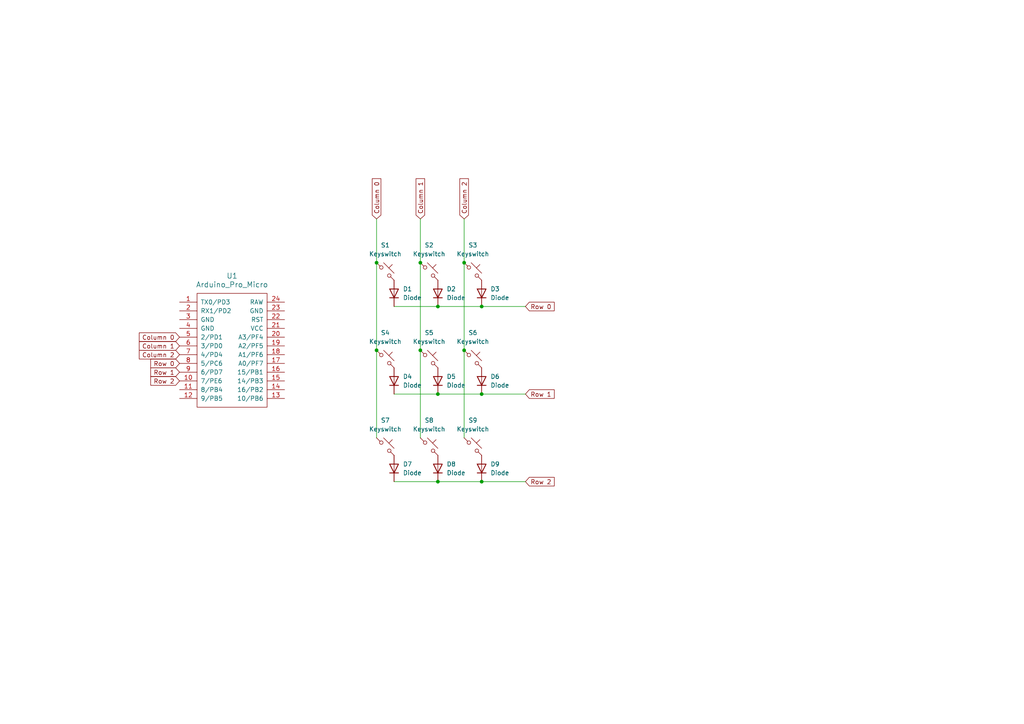
<source format=kicad_sch>
(kicad_sch (version 20250114) (generator "eeschema") (generator_version "9.0")
  (paper "A4")
  (lib_symbols
    (symbol "ScottoKeebs:MCU_Arduino_Pro_Micro" (pin_names (offset 1.016))
      (property "Reference" "U" (at 0 0 0))
      (property "Value" "Arduino_Pro_Micro" (at 0 -19.05 0))
      (symbol "MCU_Arduino_Pro_Micro_0_1"
        (rectangle (start -10.16 16.51) (end 10.16 -16.51))
      )
      (symbol "MCU_Arduino_Pro_Micro_1_1"
        (pin input line (at -15.24 13.97 0) (length 5.08) (name "TX0/PD3") (number "1"))
        (pin input line (at -15.24 11.43 0) (length 5.08) (name "RX1/PD2") (number "2"))
        (pin input line (at -15.24 8.89 0) (length 5.08) (name "GND") (number "3"))
        (pin input line (at -15.24 6.35 0) (length 5.08) (name "GND") (number "4"))
        (pin input line (at -15.24 3.81 0) (length 5.08) (name "2/PD1") (number "5"))
        (pin input line (at -15.24 1.27 0) (length 5.08) (name "3/PD0") (number "6"))
        (pin input line (at -15.24 -1.27 0) (length 5.08) (name "4/PD4") (number "7"))
        (pin input line (at -15.24 -3.81 0) (length 5.08) (name "5/PC6") (number "8"))
        (pin input line (at -15.24 -6.35 0) (length 5.08) (name "6/PD7") (number "9"))
        (pin input line (at -15.24 -8.89 0) (length 5.08) (name "7/PE6") (number "10"))
        (pin input line (at -15.24 -11.43 0) (length 5.08) (name "8/PB4") (number "11"))
        (pin input line (at -15.24 -13.97 0) (length 5.08) (name "9/PB5") (number "12"))
        (pin input line (at 15.24 13.97 180) (length 5.08) (name "RAW") (number "24"))
        (pin input line (at 15.24 11.43 180) (length 5.08) (name "GND") (number "23"))
        (pin input line (at 15.24 8.89 180) (length 5.08) (name "RST") (number "22"))
        (pin input line (at 15.24 6.35 180) (length 5.08) (name "VCC") (number "21"))
        (pin input line (at 15.24 3.81 180) (length 5.08) (name "A3/PF4") (number "20"))
        (pin input line (at 15.24 1.27 180) (length 5.08) (name "A2/PF5") (number "19"))
        (pin input line (at 15.24 -1.27 180) (length 5.08) (name "A1/PF6") (number "18"))
        (pin input line (at 15.24 -3.81 180) (length 5.08) (name "A0/PF7") (number "17"))
        (pin input line (at 15.24 -6.35 180) (length 5.08) (name "15/PB1") (number "16"))
        (pin input line (at 15.24 -8.89 180) (length 5.08) (name "14/PB3") (number "15"))
        (pin input line (at 15.24 -11.43 180) (length 5.08) (name "16/PB2") (number "14"))
        (pin input line (at 15.24 -13.97 180) (length 5.08) (name "10/PB6") (number "13"))
      )
    )
    (symbol "ScottoKeebs:Placeholder_Diode" (pin_numbers (hide yes)) (pin_names (hide yes))
      (property "Reference" "D" (at 0 2.54 0))
      (property "Value" "Diode" (at 0 -2.54 0))
      (symbol "Placeholder_Diode_0_1"
        (polyline (pts (xy -1.27 1.27) (xy -1.27 -1.27)) (stroke (width 0.254)))
        (polyline (pts (xy 1.27 1.27) (xy 1.27 -1.27) (xy -1.27 0) (xy 1.27 1.27)) (stroke (width 0.254)))
        (polyline (pts (xy 1.27 0) (xy -1.27 0)))
      )
      (symbol "Placeholder_Diode_1_1"
        (pin passive line (at -3.81 0 0) (length 2.54) (name "K") (number "1"))
        (pin passive line (at 3.81 0 180) (length 2.54) (name "A") (number "2"))
      )
    )
    (symbol "ScottoKeebs:Placeholder_Keyswitch" (pin_numbers (hide yes)) (pin_names (offset 1.016) (hide yes))
      (property "Reference" "S" (at 3.048 1.016 0))
      (property "Value" "Keyswitch" (at 0 -3.81 0))
      (symbol "Placeholder_Keyswitch_0_1"
        (polyline (pts (xy -2.54 2.54) (xy -1.524 1.524) (xy -1.524 1.524)))
        (circle (center -1.1684 1.1684) (radius 0.508))
        (polyline (pts (xy -0.508 2.54) (xy 2.54 -0.508)))
        (polyline (pts (xy 1.016 1.016) (xy 2.032 2.032)))
        (circle (center 1.143 -1.1938) (radius 0.508))
        (polyline (pts (xy 1.524 -1.524) (xy 2.54 -2.54) (xy 2.54 -2.54) (xy 2.54 -2.54)))
        (pin passive line (at -2.54 2.54 0) (length 0) (name "1") (number "1"))
        (pin passive line (at 2.54 -2.54 180) (length 0) (name "2") (number "2"))
      )
    )
  )
  (junction (at 127 114.3))
  (junction (at 121.92 101.6))
  (junction (at 139.7 88.9))
  (junction (at 127 139.7))
  (junction (at 121.92 76.2))
  (junction (at 134.62 101.6))
  (junction (at 109.22 101.6))
  (junction (at 127 88.9))
  (junction (at 109.22 76.2))
  (junction (at 139.7 114.3))
  (junction (at 139.7 139.7))
  (junction (at 134.62 76.2))
  (wire (pts (xy 127 139.7) (xy 139.7 139.7)))
  (wire (pts (xy 114.3 139.7) (xy 127 139.7)))
  (wire (pts (xy 139.7 114.3) (xy 152.4 114.3)))
  (wire (pts (xy 127 88.9) (xy 139.7 88.9)))
  (wire (pts (xy 152.4 139.7) (xy 139.7 139.7)))
  (wire (pts (xy 109.22 101.6) (xy 109.22 127)))
  (wire (pts (xy 114.3 114.3) (xy 127 114.3)))
  (wire (pts (xy 121.92 101.6) (xy 121.92 127)))
  (wire (pts (xy 134.62 101.6) (xy 134.62 127)))
  (wire (pts (xy 109.22 63.5) (xy 109.22 76.2)))
  (wire (pts (xy 121.92 76.2) (xy 121.92 101.6)))
  (wire (pts (xy 152.4 88.9) (xy 139.7 88.9)))
  (wire (pts (xy 134.62 76.2) (xy 134.62 101.6)))
  (wire (pts (xy 127 114.3) (xy 139.7 114.3)))
  (wire (pts (xy 134.62 63.5) (xy 134.62 76.2)))
  (wire (pts (xy 114.3 88.9) (xy 127 88.9)))
  (wire (pts (xy 121.92 63.5) (xy 121.92 76.2)))
  (wire (pts (xy 109.22 76.2) (xy 109.22 101.6)))
  (global_label "Column 1" (shape input) (at 52.07 100.33 180) (property "Intersheetrefs" "${INTERSHEET_REFS}" (effects (hide yes))))
  (global_label "Row 0" (shape input) (at 152.4 88.9 0) (property "Intersheetrefs" "${INTERSHEET_REFS}" (effects (hide yes))))
  (global_label "Row 1" (shape input) (at 52.07 107.95 180) (property "Intersheetrefs" "${INTERSHEET_REFS}" (effects (hide yes))))
  (global_label "Row 0" (shape input) (at 52.07 105.41 180) (property "Intersheetrefs" "${INTERSHEET_REFS}" (effects (hide yes))))
  (global_label "Column 0" (shape input) (at 52.07 97.79 180) (property "Intersheetrefs" "${INTERSHEET_REFS}" (effects (hide yes))))
  (global_label "Column 1" (shape input) (at 121.92 63.5 90) (property "Intersheetrefs" "${INTERSHEET_REFS}" (effects (hide yes))))
  (global_label "Row 1" (shape input) (at 152.4 114.3 0) (property "Intersheetrefs" "${INTERSHEET_REFS}" (effects (hide yes))))
  (global_label "Row 2" (shape input) (at 152.4 139.7 0) (property "Intersheetrefs" "${INTERSHEET_REFS}" (effects (hide yes))))
  (global_label "Column 2" (shape input) (at 52.07 102.87 180) (property "Intersheetrefs" "${INTERSHEET_REFS}" (effects (hide yes))))
  (global_label "Column 2" (shape input) (at 134.62 63.5 90) (property "Intersheetrefs" "${INTERSHEET_REFS}" (effects (hide yes))))
  (global_label "Column 0" (shape input) (at 109.22 63.5 90) (property "Intersheetrefs" "${INTERSHEET_REFS}" (effects (hide yes))))
  (global_label "Row 2" (shape input) (at 52.07 110.49 180) (property "Intersheetrefs" "${INTERSHEET_REFS}" (effects (hide yes))))
  (symbol (lib_id "ScottoKeebs:Placeholder_Diode") (at 127 85.09 90) (unit 1)
    (property "Reference" "D2" (at 129.54 83.8199 90) (effects (justify right)))
    (property "Value" "Diode" (at 129.54 86.3599 90) (effects (justify right)))
    (property "Footprint" "ScottoKeebs_Components:Diode_DO-35" (effects (hide yes)))
    (property "Description" "1N4148 (DO-35) or 1N4148W (SOD-123)" (effects (hide yes)))
    (property "Sim.Device" "D" (effects (hide yes)))
    (property "Sim.Pins" "1=K 2=A" (effects (hide yes)))
  )
  (symbol (lib_id "ScottoKeebs:Placeholder_Keyswitch") (at 111.76 78.74 0) (unit 1)
    (property "Reference" "S1" (at 111.76 71.12 0))
    (property "Value" "Keyswitch" (at 111.76 73.66 0))
    (property "Footprint" "ScottoKeebs_MX:MX_PCB_1.00u" (effects (hide yes)))
    (property "Description" "Push button switch, normally open, two pins, 45° tilted" (effects (hide yes)))
  )
  (symbol (lib_id "ScottoKeebs:Placeholder_Diode") (at 127 110.49 90) (unit 1)
    (property "Reference" "D5" (at 129.54 109.2199 90) (effects (justify right)))
    (property "Value" "Diode" (at 129.54 111.7599 90) (effects (justify right)))
    (property "Footprint" "ScottoKeebs_Components:Diode_DO-35" (effects (hide yes)))
    (property "Description" "1N4148 (DO-35) or 1N4148W (SOD-123)" (effects (hide yes)))
    (property "Sim.Device" "D" (effects (hide yes)))
    (property "Sim.Pins" "1=K 2=A" (effects (hide yes)))
  )
  (symbol (lib_id "ScottoKeebs:Placeholder_Diode") (at 114.3 110.49 90) (unit 1)
    (property "Reference" "D4" (at 116.84 109.2199 90) (effects (justify right)))
    (property "Value" "Diode" (at 116.84 111.7599 90) (effects (justify right)))
    (property "Footprint" "ScottoKeebs_Components:Diode_DO-35" (effects (hide yes)))
    (property "Description" "1N4148 (DO-35) or 1N4148W (SOD-123)" (effects (hide yes)))
    (property "Sim.Device" "D" (effects (hide yes)))
    (property "Sim.Pins" "1=K 2=A" (effects (hide yes)))
  )
  (symbol (lib_id "ScottoKeebs:Placeholder_Keyswitch") (at 124.46 104.14 0) (unit 1)
    (property "Reference" "S5" (at 124.46 96.52 0))
    (property "Value" "Keyswitch" (at 124.46 99.06 0))
    (property "Footprint" "ScottoKeebs_MX:MX_PCB_1.00u" (effects (hide yes)))
    (property "Description" "Push button switch, normally open, two pins, 45° tilted" (effects (hide yes)))
  )
  (symbol (lib_id "ScottoKeebs:Placeholder_Keyswitch") (at 124.46 78.74 0) (unit 1)
    (property "Reference" "S2" (at 124.46 71.12 0))
    (property "Value" "Keyswitch" (at 124.46 73.66 0))
    (property "Footprint" "ScottoKeebs_MX:MX_PCB_1.00u" (effects (hide yes)))
    (property "Description" "Push button switch, normally open, two pins, 45° tilted" (effects (hide yes)))
  )
  (symbol (lib_id "ScottoKeebs:MCU_Arduino_Pro_Micro") (at 67.31 101.6 0) (unit 1)
    (property "Reference" "U1" (at 67.31 80.01 0) (effects (font (size 1.524 1.524))))
    (property "Value" "Arduino_Pro_Micro" (at 67.31 82.55 0) (effects (font (size 1.524 1.524))))
    (property "Footprint" "ScottoKeebs_MCU:Arduino_Pro_Micro" (effects (hide yes)))
  )
  (symbol (lib_id "ScottoKeebs:Placeholder_Diode") (at 114.3 85.09 90) (unit 1)
    (property "Reference" "D1" (at 116.84 83.8199 90) (effects (justify right)))
    (property "Value" "Diode" (at 116.84 86.3599 90) (effects (justify right)))
    (property "Footprint" "ScottoKeebs_Components:Diode_DO-35" (effects (hide yes)))
    (property "Description" "1N4148 (DO-35) or 1N4148W (SOD-123)" (effects (hide yes)))
    (property "Sim.Device" "D" (effects (hide yes)))
    (property "Sim.Pins" "1=K 2=A" (effects (hide yes)))
  )
  (symbol (lib_id "ScottoKeebs:Placeholder_Diode") (at 139.7 110.49 90) (unit 1)
    (property "Reference" "D6" (at 142.24 109.2199 90) (effects (justify right)))
    (property "Value" "Diode" (at 142.24 111.7599 90) (effects (justify right)))
    (property "Footprint" "ScottoKeebs_Components:Diode_DO-35" (effects (hide yes)))
    (property "Description" "1N4148 (DO-35) or 1N4148W (SOD-123)" (effects (hide yes)))
    (property "Sim.Device" "D" (effects (hide yes)))
    (property "Sim.Pins" "1=K 2=A" (effects (hide yes)))
  )
  (symbol (lib_id "ScottoKeebs:Placeholder_Diode") (at 139.7 85.09 90) (unit 1)
    (property "Reference" "D3" (at 142.24 83.8199 90) (effects (justify right)))
    (property "Value" "Diode" (at 142.24 86.3599 90) (effects (justify right)))
    (property "Footprint" "ScottoKeebs_Components:Diode_DO-35" (effects (hide yes)))
    (property "Description" "1N4148 (DO-35) or 1N4148W (SOD-123)" (effects (hide yes)))
    (property "Sim.Device" "D" (effects (hide yes)))
    (property "Sim.Pins" "1=K 2=A" (effects (hide yes)))
  )
  (symbol (lib_id "ScottoKeebs:Placeholder_Keyswitch") (at 111.76 104.14 0) (unit 1)
    (property "Reference" "S4" (at 111.76 96.52 0))
    (property "Value" "Keyswitch" (at 111.76 99.06 0))
    (property "Footprint" "ScottoKeebs_MX:MX_PCB_1.00u" (effects (hide yes)))
    (property "Description" "Push button switch, normally open, two pins, 45° tilted" (effects (hide yes)))
  )
  (symbol (lib_id "ScottoKeebs:Placeholder_Keyswitch") (at 137.16 129.54 0) (unit 1)
    (property "Reference" "S9" (at 137.16 121.92 0))
    (property "Value" "Keyswitch" (at 137.16 124.46 0))
    (property "Footprint" "ScottoKeebs_MX:MX_PCB_1.00u" (effects (hide yes)))
    (property "Description" "Push button switch, normally open, two pins, 45° tilted" (effects (hide yes)))
  )
  (symbol (lib_id "ScottoKeebs:Placeholder_Diode") (at 114.3 135.89 90) (unit 1)
    (property "Reference" "D7" (at 116.84 134.6199 90) (effects (justify right)))
    (property "Value" "Diode" (at 116.84 137.1599 90) (effects (justify right)))
    (property "Footprint" "ScottoKeebs_Components:Diode_DO-35" (effects (hide yes)))
    (property "Description" "1N4148 (DO-35) or 1N4148W (SOD-123)" (effects (hide yes)))
    (property "Sim.Device" "D" (effects (hide yes)))
    (property "Sim.Pins" "1=K 2=A" (effects (hide yes)))
  )
  (symbol (lib_id "ScottoKeebs:Placeholder_Keyswitch") (at 124.46 129.54 0) (unit 1)
    (property "Reference" "S8" (at 124.46 121.92 0))
    (property "Value" "Keyswitch" (at 124.46 124.46 0))
    (property "Footprint" "ScottoKeebs_MX:MX_PCB_1.00u" (effects (hide yes)))
    (property "Description" "Push button switch, normally open, two pins, 45° tilted" (effects (hide yes)))
  )
  (symbol (lib_id "ScottoKeebs:Placeholder_Diode") (at 139.7 135.89 90) (unit 1)
    (property "Reference" "D9" (at 142.24 134.6199 90) (effects (justify right)))
    (property "Value" "Diode" (at 142.24 137.1599 90) (effects (justify right)))
    (property "Footprint" "ScottoKeebs_Components:Diode_DO-35" (effects (hide yes)))
    (property "Description" "1N4148 (DO-35) or 1N4148W (SOD-123)" (effects (hide yes)))
    (property "Sim.Device" "D" (effects (hide yes)))
    (property "Sim.Pins" "1=K 2=A" (effects (hide yes)))
  )
  (symbol (lib_id "ScottoKeebs:Placeholder_Keyswitch") (at 111.76 129.54 0) (unit 1)
    (property "Reference" "S7" (at 111.76 121.92 0))
    (property "Value" "Keyswitch" (at 111.76 124.46 0))
    (property "Footprint" "ScottoKeebs_MX:MX_PCB_1.00u" (effects (hide yes)))
    (property "Description" "Push button switch, normally open, two pins, 45° tilted" (effects (hide yes)))
  )
  (symbol (lib_id "ScottoKeebs:Placeholder_Diode") (at 127 135.89 90) (unit 1)
    (property "Reference" "D8" (at 129.54 134.6199 90) (effects (justify right)))
    (property "Value" "Diode" (at 129.54 137.1599 90) (effects (justify right)))
    (property "Footprint" "ScottoKeebs_Components:Diode_DO-35" (effects (hide yes)))
    (property "Description" "1N4148 (DO-35) or 1N4148W (SOD-123)" (effects (hide yes)))
    (property "Sim.Device" "D" (effects (hide yes)))
    (property "Sim.Pins" "1=K 2=A" (effects (hide yes)))
  )
  (symbol (lib_id "ScottoKeebs:Placeholder_Keyswitch") (at 137.16 104.14 0) (unit 1)
    (property "Reference" "S6" (at 137.16 96.52 0))
    (property "Value" "Keyswitch" (at 137.16 99.06 0))
    (property "Footprint" "ScottoKeebs_MX:MX_PCB_1.00u" (effects (hide yes)))
    (property "Description" "Push button switch, normally open, two pins, 45° tilted" (effects (hide yes)))
  )
  (symbol (lib_id "ScottoKeebs:Placeholder_Keyswitch") (at 137.16 78.74 0) (unit 1)
    (property "Reference" "S3" (at 137.16 71.12 0))
    (property "Value" "Keyswitch" (at 137.16 73.66 0))
    (property "Footprint" "ScottoKeebs_MX:MX_PCB_1.00u" (effects (hide yes)))
    (property "Description" "Push button switch, normally open, two pins, 45° tilted" (effects (hide yes)))
  )
)
</source>
